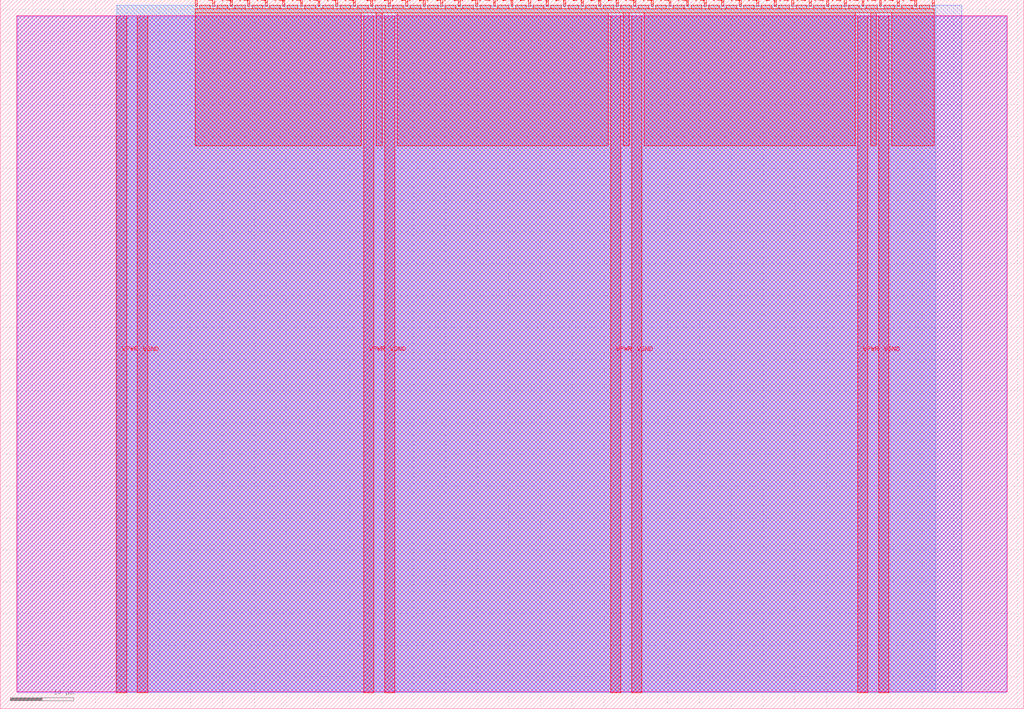
<source format=lef>
VERSION 5.7 ;
  NOWIREEXTENSIONATPIN ON ;
  DIVIDERCHAR "/" ;
  BUSBITCHARS "[]" ;
MACRO tt_um_wrapper
  CLASS BLOCK ;
  FOREIGN tt_um_wrapper ;
  ORIGIN 0.000 0.000 ;
  SIZE 161.000 BY 111.520 ;
  PIN VGND
    DIRECTION INOUT ;
    USE GROUND ;
    PORT
      LAYER met4 ;
        RECT 21.580 2.480 23.180 109.040 ;
    END
    PORT
      LAYER met4 ;
        RECT 60.450 2.480 62.050 109.040 ;
    END
    PORT
      LAYER met4 ;
        RECT 99.320 2.480 100.920 109.040 ;
    END
    PORT
      LAYER met4 ;
        RECT 138.190 2.480 139.790 109.040 ;
    END
  END VGND
  PIN VPWR
    DIRECTION INOUT ;
    USE POWER ;
    PORT
      LAYER met4 ;
        RECT 18.280 2.480 19.880 109.040 ;
    END
    PORT
      LAYER met4 ;
        RECT 57.150 2.480 58.750 109.040 ;
    END
    PORT
      LAYER met4 ;
        RECT 96.020 2.480 97.620 109.040 ;
    END
    PORT
      LAYER met4 ;
        RECT 134.890 2.480 136.490 109.040 ;
    END
  END VPWR
  PIN clk
    DIRECTION INPUT ;
    USE SIGNAL ;
    ANTENNAGATEAREA 0.852000 ;
    PORT
      LAYER met4 ;
        RECT 143.830 110.520 144.130 111.520 ;
    END
  END clk
  PIN ena
    DIRECTION INPUT ;
    USE SIGNAL ;
    ANTENNAGATEAREA 1.272000 ;
    PORT
      LAYER met4 ;
        RECT 146.590 110.520 146.890 111.520 ;
    END
  END ena
  PIN rst_n
    DIRECTION INPUT ;
    USE SIGNAL ;
    ANTENNAGATEAREA 0.196500 ;
    PORT
      LAYER met4 ;
        RECT 141.070 110.520 141.370 111.520 ;
    END
  END rst_n
  PIN ui_in[0]
    DIRECTION INPUT ;
    USE SIGNAL ;
    ANTENNAGATEAREA 0.196500 ;
    PORT
      LAYER met4 ;
        RECT 138.310 110.520 138.610 111.520 ;
    END
  END ui_in[0]
  PIN ui_in[1]
    DIRECTION INPUT ;
    USE SIGNAL ;
    ANTENNAGATEAREA 0.196500 ;
    PORT
      LAYER met4 ;
        RECT 135.550 110.520 135.850 111.520 ;
    END
  END ui_in[1]
  PIN ui_in[2]
    DIRECTION INPUT ;
    USE SIGNAL ;
    PORT
      LAYER met4 ;
        RECT 132.790 110.520 133.090 111.520 ;
    END
  END ui_in[2]
  PIN ui_in[3]
    DIRECTION INPUT ;
    USE SIGNAL ;
    PORT
      LAYER met4 ;
        RECT 130.030 110.520 130.330 111.520 ;
    END
  END ui_in[3]
  PIN ui_in[4]
    DIRECTION INPUT ;
    USE SIGNAL ;
    PORT
      LAYER met4 ;
        RECT 127.270 110.520 127.570 111.520 ;
    END
  END ui_in[4]
  PIN ui_in[5]
    DIRECTION INPUT ;
    USE SIGNAL ;
    PORT
      LAYER met4 ;
        RECT 124.510 110.520 124.810 111.520 ;
    END
  END ui_in[5]
  PIN ui_in[6]
    DIRECTION INPUT ;
    USE SIGNAL ;
    PORT
      LAYER met4 ;
        RECT 121.750 110.520 122.050 111.520 ;
    END
  END ui_in[6]
  PIN ui_in[7]
    DIRECTION INPUT ;
    USE SIGNAL ;
    PORT
      LAYER met4 ;
        RECT 118.990 110.520 119.290 111.520 ;
    END
  END ui_in[7]
  PIN uio_in[0]
    DIRECTION INPUT ;
    USE SIGNAL ;
    PORT
      LAYER met4 ;
        RECT 116.230 110.520 116.530 111.520 ;
    END
  END uio_in[0]
  PIN uio_in[1]
    DIRECTION INPUT ;
    USE SIGNAL ;
    PORT
      LAYER met4 ;
        RECT 113.470 110.520 113.770 111.520 ;
    END
  END uio_in[1]
  PIN uio_in[2]
    DIRECTION INPUT ;
    USE SIGNAL ;
    PORT
      LAYER met4 ;
        RECT 110.710 110.520 111.010 111.520 ;
    END
  END uio_in[2]
  PIN uio_in[3]
    DIRECTION INPUT ;
    USE SIGNAL ;
    PORT
      LAYER met4 ;
        RECT 107.950 110.520 108.250 111.520 ;
    END
  END uio_in[3]
  PIN uio_in[4]
    DIRECTION INPUT ;
    USE SIGNAL ;
    PORT
      LAYER met4 ;
        RECT 105.190 110.520 105.490 111.520 ;
    END
  END uio_in[4]
  PIN uio_in[5]
    DIRECTION INPUT ;
    USE SIGNAL ;
    PORT
      LAYER met4 ;
        RECT 102.430 110.520 102.730 111.520 ;
    END
  END uio_in[5]
  PIN uio_in[6]
    DIRECTION INPUT ;
    USE SIGNAL ;
    PORT
      LAYER met4 ;
        RECT 99.670 110.520 99.970 111.520 ;
    END
  END uio_in[6]
  PIN uio_in[7]
    DIRECTION INPUT ;
    USE SIGNAL ;
    PORT
      LAYER met4 ;
        RECT 96.910 110.520 97.210 111.520 ;
    END
  END uio_in[7]
  PIN uio_oe[0]
    DIRECTION OUTPUT ;
    USE SIGNAL ;
    ANTENNADIFFAREA 0.445500 ;
    PORT
      LAYER met4 ;
        RECT 49.990 110.520 50.290 111.520 ;
    END
  END uio_oe[0]
  PIN uio_oe[1]
    DIRECTION OUTPUT ;
    USE SIGNAL ;
    ANTENNADIFFAREA 0.445500 ;
    PORT
      LAYER met4 ;
        RECT 47.230 110.520 47.530 111.520 ;
    END
  END uio_oe[1]
  PIN uio_oe[2]
    DIRECTION OUTPUT ;
    USE SIGNAL ;
    ANTENNADIFFAREA 0.445500 ;
    PORT
      LAYER met4 ;
        RECT 44.470 110.520 44.770 111.520 ;
    END
  END uio_oe[2]
  PIN uio_oe[3]
    DIRECTION OUTPUT ;
    USE SIGNAL ;
    ANTENNADIFFAREA 0.445500 ;
    PORT
      LAYER met4 ;
        RECT 41.710 110.520 42.010 111.520 ;
    END
  END uio_oe[3]
  PIN uio_oe[4]
    DIRECTION OUTPUT ;
    USE SIGNAL ;
    ANTENNADIFFAREA 0.445500 ;
    PORT
      LAYER met4 ;
        RECT 38.950 110.520 39.250 111.520 ;
    END
  END uio_oe[4]
  PIN uio_oe[5]
    DIRECTION OUTPUT ;
    USE SIGNAL ;
    ANTENNADIFFAREA 0.445500 ;
    PORT
      LAYER met4 ;
        RECT 36.190 110.520 36.490 111.520 ;
    END
  END uio_oe[5]
  PIN uio_oe[6]
    DIRECTION OUTPUT ;
    USE SIGNAL ;
    ANTENNADIFFAREA 0.445500 ;
    PORT
      LAYER met4 ;
        RECT 33.430 110.520 33.730 111.520 ;
    END
  END uio_oe[6]
  PIN uio_oe[7]
    DIRECTION OUTPUT ;
    USE SIGNAL ;
    ANTENNADIFFAREA 0.445500 ;
    PORT
      LAYER met4 ;
        RECT 30.670 110.520 30.970 111.520 ;
    END
  END uio_oe[7]
  PIN uio_out[0]
    DIRECTION OUTPUT ;
    USE SIGNAL ;
    ANTENNADIFFAREA 0.445500 ;
    PORT
      LAYER met4 ;
        RECT 72.070 110.520 72.370 111.520 ;
    END
  END uio_out[0]
  PIN uio_out[1]
    DIRECTION OUTPUT ;
    USE SIGNAL ;
    ANTENNADIFFAREA 0.445500 ;
    PORT
      LAYER met4 ;
        RECT 69.310 110.520 69.610 111.520 ;
    END
  END uio_out[1]
  PIN uio_out[2]
    DIRECTION OUTPUT ;
    USE SIGNAL ;
    ANTENNAGATEAREA 0.126000 ;
    ANTENNADIFFAREA 0.445500 ;
    PORT
      LAYER met4 ;
        RECT 66.550 110.520 66.850 111.520 ;
    END
  END uio_out[2]
  PIN uio_out[3]
    DIRECTION OUTPUT ;
    USE SIGNAL ;
    ANTENNADIFFAREA 0.445500 ;
    PORT
      LAYER met4 ;
        RECT 63.790 110.520 64.090 111.520 ;
    END
  END uio_out[3]
  PIN uio_out[4]
    DIRECTION OUTPUT ;
    USE SIGNAL ;
    ANTENNAGATEAREA 0.126000 ;
    ANTENNADIFFAREA 0.445500 ;
    PORT
      LAYER met4 ;
        RECT 61.030 110.520 61.330 111.520 ;
    END
  END uio_out[4]
  PIN uio_out[5]
    DIRECTION OUTPUT ;
    USE SIGNAL ;
    ANTENNADIFFAREA 0.445500 ;
    PORT
      LAYER met4 ;
        RECT 58.270 110.520 58.570 111.520 ;
    END
  END uio_out[5]
  PIN uio_out[6]
    DIRECTION OUTPUT ;
    USE SIGNAL ;
    PORT
      LAYER met4 ;
        RECT 55.510 110.520 55.810 111.520 ;
    END
  END uio_out[6]
  PIN uio_out[7]
    DIRECTION OUTPUT ;
    USE SIGNAL ;
    PORT
      LAYER met4 ;
        RECT 52.750 110.520 53.050 111.520 ;
    END
  END uio_out[7]
  PIN uo_out[0]
    DIRECTION OUTPUT ;
    USE SIGNAL ;
    ANTENNADIFFAREA 0.891000 ;
    PORT
      LAYER met4 ;
        RECT 94.150 110.520 94.450 111.520 ;
    END
  END uo_out[0]
  PIN uo_out[1]
    DIRECTION OUTPUT ;
    USE SIGNAL ;
    ANTENNADIFFAREA 0.462000 ;
    PORT
      LAYER met4 ;
        RECT 91.390 110.520 91.690 111.520 ;
    END
  END uo_out[1]
  PIN uo_out[2]
    DIRECTION OUTPUT ;
    USE SIGNAL ;
    ANTENNADIFFAREA 1.431000 ;
    PORT
      LAYER met4 ;
        RECT 88.630 110.520 88.930 111.520 ;
    END
  END uo_out[2]
  PIN uo_out[3]
    DIRECTION OUTPUT ;
    USE SIGNAL ;
    ANTENNADIFFAREA 1.431000 ;
    PORT
      LAYER met4 ;
        RECT 85.870 110.520 86.170 111.520 ;
    END
  END uo_out[3]
  PIN uo_out[4]
    DIRECTION OUTPUT ;
    USE SIGNAL ;
    ANTENNADIFFAREA 0.462000 ;
    PORT
      LAYER met4 ;
        RECT 83.110 110.520 83.410 111.520 ;
    END
  END uo_out[4]
  PIN uo_out[5]
    DIRECTION OUTPUT ;
    USE SIGNAL ;
    ANTENNADIFFAREA 0.462000 ;
    PORT
      LAYER met4 ;
        RECT 80.350 110.520 80.650 111.520 ;
    END
  END uo_out[5]
  PIN uo_out[6]
    DIRECTION OUTPUT ;
    USE SIGNAL ;
    ANTENNAGATEAREA 0.247500 ;
    ANTENNADIFFAREA 1.721000 ;
    PORT
      LAYER met4 ;
        RECT 77.590 110.520 77.890 111.520 ;
    END
  END uo_out[6]
  PIN uo_out[7]
    DIRECTION OUTPUT ;
    USE SIGNAL ;
    ANTENNADIFFAREA 0.445500 ;
    PORT
      LAYER met4 ;
        RECT 74.830 110.520 75.130 111.520 ;
    END
  END uo_out[7]
  OBS
      LAYER nwell ;
        RECT 2.570 2.635 158.430 108.990 ;
      LAYER li1 ;
        RECT 2.760 2.635 158.240 108.885 ;
      LAYER met1 ;
        RECT 2.760 2.480 158.240 109.040 ;
      LAYER met2 ;
        RECT 18.310 2.535 151.240 110.685 ;
      LAYER met3 ;
        RECT 18.290 2.555 147.130 110.665 ;
      LAYER met4 ;
        RECT 31.370 110.120 33.030 110.665 ;
        RECT 34.130 110.120 35.790 110.665 ;
        RECT 36.890 110.120 38.550 110.665 ;
        RECT 39.650 110.120 41.310 110.665 ;
        RECT 42.410 110.120 44.070 110.665 ;
        RECT 45.170 110.120 46.830 110.665 ;
        RECT 47.930 110.120 49.590 110.665 ;
        RECT 50.690 110.120 52.350 110.665 ;
        RECT 53.450 110.120 55.110 110.665 ;
        RECT 56.210 110.120 57.870 110.665 ;
        RECT 58.970 110.120 60.630 110.665 ;
        RECT 61.730 110.120 63.390 110.665 ;
        RECT 64.490 110.120 66.150 110.665 ;
        RECT 67.250 110.120 68.910 110.665 ;
        RECT 70.010 110.120 71.670 110.665 ;
        RECT 72.770 110.120 74.430 110.665 ;
        RECT 75.530 110.120 77.190 110.665 ;
        RECT 78.290 110.120 79.950 110.665 ;
        RECT 81.050 110.120 82.710 110.665 ;
        RECT 83.810 110.120 85.470 110.665 ;
        RECT 86.570 110.120 88.230 110.665 ;
        RECT 89.330 110.120 90.990 110.665 ;
        RECT 92.090 110.120 93.750 110.665 ;
        RECT 94.850 110.120 96.510 110.665 ;
        RECT 97.610 110.120 99.270 110.665 ;
        RECT 100.370 110.120 102.030 110.665 ;
        RECT 103.130 110.120 104.790 110.665 ;
        RECT 105.890 110.120 107.550 110.665 ;
        RECT 108.650 110.120 110.310 110.665 ;
        RECT 111.410 110.120 113.070 110.665 ;
        RECT 114.170 110.120 115.830 110.665 ;
        RECT 116.930 110.120 118.590 110.665 ;
        RECT 119.690 110.120 121.350 110.665 ;
        RECT 122.450 110.120 124.110 110.665 ;
        RECT 125.210 110.120 126.870 110.665 ;
        RECT 127.970 110.120 129.630 110.665 ;
        RECT 130.730 110.120 132.390 110.665 ;
        RECT 133.490 110.120 135.150 110.665 ;
        RECT 136.250 110.120 137.910 110.665 ;
        RECT 139.010 110.120 140.670 110.665 ;
        RECT 141.770 110.120 143.430 110.665 ;
        RECT 144.530 110.120 146.190 110.665 ;
        RECT 30.655 109.440 146.905 110.120 ;
        RECT 30.655 88.575 56.750 109.440 ;
        RECT 59.150 88.575 60.050 109.440 ;
        RECT 62.450 88.575 95.620 109.440 ;
        RECT 98.020 88.575 98.920 109.440 ;
        RECT 101.320 88.575 134.490 109.440 ;
        RECT 136.890 88.575 137.790 109.440 ;
        RECT 140.190 88.575 146.905 109.440 ;
  END
END tt_um_wrapper
END LIBRARY


</source>
